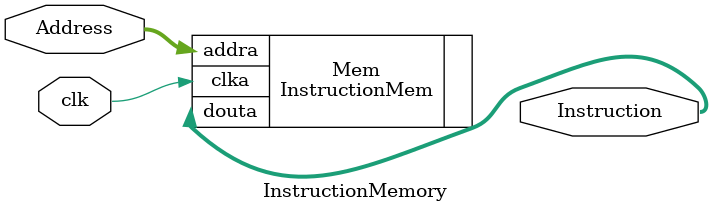
<source format=v>
`timescale 1ns / 1ps
module InstructionMemory(input clk, input[8:0] Address, output[15:0] Instruction);

	InstructionMem Mem (.clka(clk), .addra(Address[8:0]), .douta(Instruction));

endmodule

</source>
